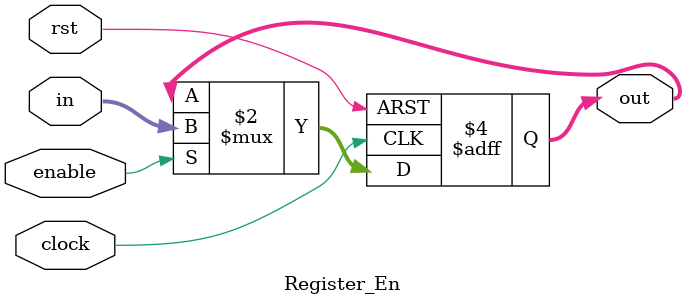
<source format=v>
module Register_En( 
   input clock,
    input rst,
    input [31:0] in,
    input enable,
    output reg [31:0] out
    );
 
    always@(posedge clock or posedge rst) begin
        
        if(rst) out<=0; 
        else begin
            if(enable) out<=in;
        end
    end
endmodule

</source>
